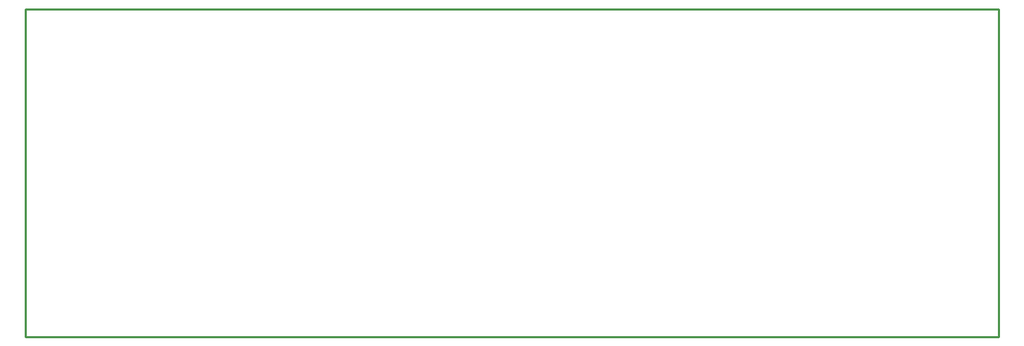
<source format=gm1>
%FSLAX44Y44*%
%MOMM*%
G71*
G01*
G75*
G04 Layer_Color=16711935*
%ADD10R,1.9000X1.3500*%
%ADD11C,0.2540*%
%ADD12C,1.7000*%
%ADD13C,0.9000*%
%ADD14R,1.5000X1.5000*%
%ADD15C,1.5000*%
%ADD16C,4.0000*%
%ADD17C,0.6000*%
%ADD18C,0.8000*%
%ADD19O,0.5000X1.2000*%
%ADD20R,0.5000X1.2000*%
%ADD21R,0.9500X1.7000*%
%ADD22R,1.3500X1.9000*%
%ADD23C,0.2000*%
%ADD24C,0.2032*%
%ADD25R,2.0524X1.5024*%
%ADD26C,1.8524*%
%ADD27C,1.0524*%
%ADD28R,1.6524X1.6524*%
%ADD29C,1.6524*%
%ADD30C,4.1524*%
%ADD31C,0.7524*%
%ADD32C,0.9524*%
%ADD33O,0.6524X1.3524*%
%ADD34R,0.6524X1.3524*%
%ADD35R,1.1024X1.8524*%
%ADD36R,1.5024X2.0524*%
%ADD37C,0.7000*%
D11*
X-36830Y-31750D02*
X1131570D01*
Y361950D01*
X-36830D02*
X1131570D01*
X-36830Y-31750D02*
Y361950D01*
M02*

</source>
